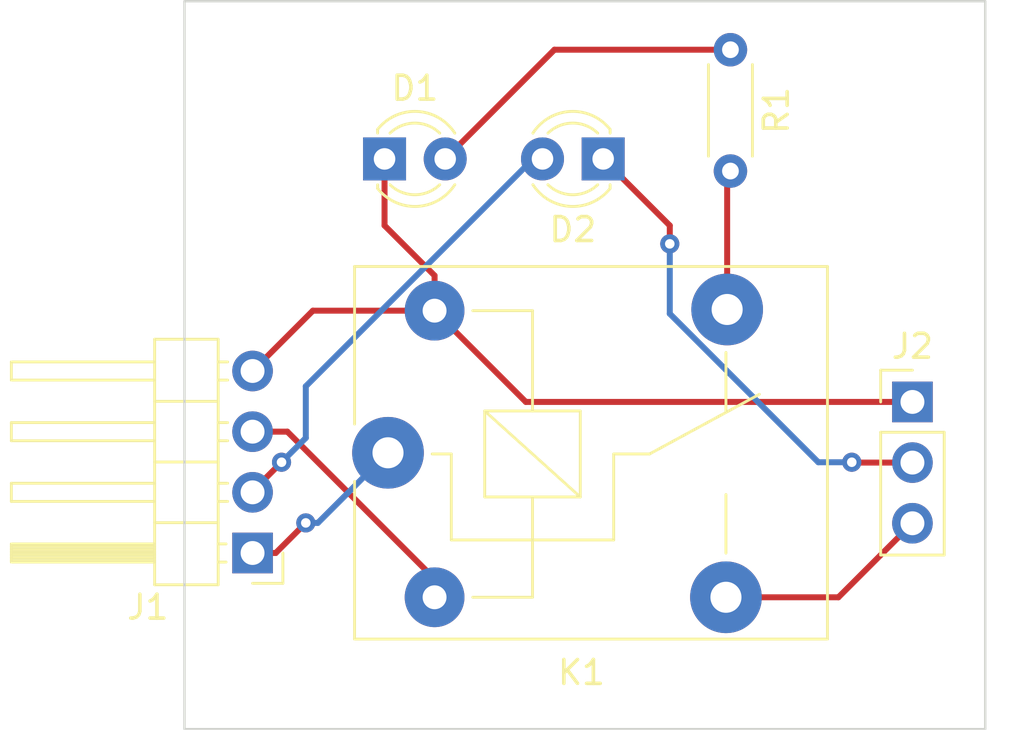
<source format=kicad_pcb>
(kicad_pcb (version 20211014) (generator pcbnew)
  (layers (0 "F.Cu" signal) (31 "B.Cu" signal) (34 "B.Paste" user) (35 "F.Paste" user) (36 "B.SilkS" user "B.Silkscreen") (37 "F.SilkS" user "F.Silkscreen") (38 "B.Mask" user) (39 "F.Mask" user) (44 "Edge.Cuts" user))
  (net 0 "")
  (net 1 "Net-(D1-Pad1)")
  (net 2 "Net-(D1-Pad2)")
  (net 3 "Net-(D2-Pad1)")
  (net 4 "Net-(D2-Pad2)")
  (net 5 "Net-(J1-Pad1)")
  (net 6 "Net-(J1-Pad3)")
  (net 7 "Net-(J2-Pad3)")
  (net 8 "Net-(K1-Pad4)")
  (footprint "LED_THT:LED_D3.0mm" (layer "F.Cu") (at 127.757 85.344)
    (fp_text reference "D1" (at 1.27 -2.96) (layer "F.SilkS"))
    (fp_text value "LED")
    (fp_line (start -0.29 -1.236) (end -0.29 -1.08) (layer "F.SilkS") (width 0.12))
    (fp_line (start -0.29 1.08) (end -0.29 1.236) (layer "F.SilkS") (width 0.12))
    (fp_arc (start 0.229039 -1.08) (mid 1.270117 -1.5) (end 2.31113 -1.079837) (layer "F.SilkS") (width 0.12))
    (fp_arc (start -0.29 -1.235516) (mid 1.366487 -1.987659) (end 2.942335 -1.078608) (layer "F.SilkS") (width 0.12))
    (fp_arc (start 2.31113 1.079837) (mid 1.270117 1.5) (end 0.229039 1.08) (layer "F.SilkS") (width 0.12))
    (fp_arc (start 2.942335 1.078608) (mid 1.366487 1.987659) (end -0.29 1.235516) (layer "F.SilkS") (width 0.12))
    (pad "1" thru_hole rect (at 0 0) (size 1.8 1.8) (drill 0.9) (layers *.Cu *.Mask) (net 1 "Net-(D1-Pad1)"))
    (pad "2" thru_hole circle (at 2.54 0) (size 1.8 1.8) (drill 0.9) (layers *.Cu *.Mask) (net 2 "Net-(D1-Pad2)"))
  )
  (footprint "LED_THT:LED_D3.0mm" (layer "F.Cu") (at 136.911 85.344 180)
    (fp_text reference "D2" (at 1.27 -2.96) (layer "F.SilkS"))
    (fp_text value "LED")
    (fp_line (start -0.29 1.08) (end -0.29 1.236) (layer "F.SilkS") (width 0.12))
    (fp_line (start -0.29 -1.236) (end -0.29 -1.08) (layer "F.SilkS") (width 0.12))
    (fp_arc (start 0.229039 -1.08) (mid 1.270117 -1.5) (end 2.31113 -1.079837) (layer "F.SilkS") (width 0.12))
    (fp_arc (start 2.31113 1.079837) (mid 1.270117 1.5) (end 0.229039 1.08) (layer "F.SilkS") (width 0.12))
    (fp_arc (start 2.942335 1.078608) (mid 1.366487 1.987659) (end -0.29 1.235516) (layer "F.SilkS") (width 0.12))
    (fp_arc (start -0.29 -1.235516) (mid 1.366487 -1.987659) (end 2.942335 -1.078608) (layer "F.SilkS") (width 0.12))
    (pad "1" thru_hole rect (at 0 0 180) (size 1.8 1.8) (drill 0.9) (layers *.Cu *.Mask) (net 3 "Net-(D2-Pad1)"))
    (pad "2" thru_hole circle (at 2.54 0 180) (size 1.8 1.8) (drill 0.9) (layers *.Cu *.Mask) (net 4 "Net-(D2-Pad2)"))
  )
  (footprint "Resistor_THT:R_Axial_DIN0204_L3.6mm_D1.6mm_P5.08mm_Horizontal" (layer "F.Cu") (at 142.24 80.772 -90)
    (fp_text reference "R1" (at 2.54 -1.92 90) (layer "F.SilkS"))
    (fp_text value "R")
    (fp_line (start 0.62 -0.92) (end 4.46 -0.92) (layer "F.SilkS") (width 0.12))
    (fp_line (start 0.62 0.92) (end 4.46 0.92) (layer "F.SilkS") (width 0.12))
    (pad "1" thru_hole circle (at 0 0 270) (size 1.4 1.4) (drill 0.7) (layers *.Cu *.Mask) (net 2 "Net-(D1-Pad2)"))
    (pad "2" thru_hole oval (at 5.08 0 270) (size 1.4 1.4) (drill 0.7) (layers *.Cu *.Mask) (net 8 "Net-(K1-Pad4)"))
  )
  (footprint "Connector_PinHeader_2.54mm:PinHeader_1x03_P2.54mm_Vertical" (layer "F.Cu") (at 149.86 95.519)
    (fp_text reference "J2" (at 0 -2.33) (layer "F.SilkS"))
    (fp_text value "Conn_01x03")
    (fp_line (start -1.33 6.41) (end 1.33 6.41) (layer "F.SilkS") (width 0.12))
    (fp_line (start -1.33 1.27) (end -1.33 6.41) (layer "F.SilkS") (width 0.12))
    (fp_line (start -1.33 -1.33) (end 0 -1.33) (layer "F.SilkS") (width 0.12))
    (fp_line (start -1.33 0) (end -1.33 -1.33) (layer "F.SilkS") (width 0.12))
    (fp_line (start -1.33 1.27) (end 1.33 1.27) (layer "F.SilkS") (width 0.12))
    (fp_line (start 1.33 1.27) (end 1.33 6.41) (layer "F.SilkS") (width 0.12))
    (pad "1" thru_hole rect (at 0 0) (size 1.7 1.7) (drill 1) (layers *.Cu *.Mask) (net 1 "Net-(D1-Pad1)"))
    (pad "2" thru_hole oval (at 0 2.54) (size 1.7 1.7) (drill 1) (layers *.Cu *.Mask) (net 3 "Net-(D2-Pad1)"))
    (pad "3" thru_hole oval (at 0 5.08) (size 1.7 1.7) (drill 1) (layers *.Cu *.Mask) (net 7 "Net-(J2-Pad3)"))
  )
  (footprint "Connector_PinHeader_2.54mm:PinHeader_1x04_P2.54mm_Horizontal" (layer "F.Cu") (at 122.231 101.844 180)
    (fp_text reference "J1" (at 4.385 -2.27) (layer "F.SilkS"))
    (fp_text value "Conn_01x04")
    (fp_line (start 4.1 -0.38) (end 10.1 -0.38) (layer "F.SilkS") (width 0.12))
    (fp_line (start 4.1 2.16) (end 10.1 2.16) (layer "F.SilkS") (width 0.12))
    (fp_line (start 4.1 4.7) (end 10.1 4.7) (layer "F.SilkS") (width 0.12))
    (fp_line (start 1.44 3.81) (end 4.1 3.81) (layer "F.SilkS") (width 0.12))
    (fp_line (start 1.042929 8) (end 1.44 8) (layer "F.SilkS") (width 0.12))
    (fp_line (start 4.1 -0.08) (end 10.1 -0.08) (layer "F.SilkS") (width 0.12))
    (fp_line (start 1.44 8.95) (end 4.1 8.95) (layer "F.SilkS") (width 0.12))
    (fp_line (start 10.1 0.38) (end 4.1 0.38) (layer "F.SilkS") (width 0.12))
    (fp_line (start 1.44 6.35) (end 4.1 6.35) (layer "F.SilkS") (width 0.12))
    (fp_line (start -1.27 0) (end -1.27 -1.27) (layer "F.SilkS") (width 0.12))
    (fp_line (start 1.042929 2.92) (end 1.44 2.92) (layer "F.SilkS") (width 0.12))
    (fp_line (start 1.042929 2.16) (end 1.44 2.16) (layer "F.SilkS") (width 0.12))
    (fp_line (start 10.1 7.24) (end 10.1 8) (layer "F.SilkS") (width 0.12))
    (fp_line (start 10.1 5.46) (end 4.1 5.46) (layer "F.SilkS") (width 0.12))
    (fp_line (start 10.1 2.16) (end 10.1 2.92) (layer "F.SilkS") (width 0.12))
    (fp_line (start 1.11 0.38) (end 1.44 0.38) (layer "F.SilkS") (width 0.12))
    (fp_line (start 4.1 0.28) (end 10.1 0.28) (layer "F.SilkS") (width 0.12))
    (fp_line (start -1.27 -1.27) (end 0 -1.27) (layer "F.SilkS") (width 0.12))
    (fp_line (start 4.1 -0.32) (end 10.1 -0.32) (layer "F.SilkS") (width 0.12))
    (fp_line (start 1.44 -1.33) (end 1.44 8.95) (layer "F.SilkS") (width 0.12))
    (fp_line (start 1.042929 7.24) (end 1.44 7.24) (layer "F.SilkS") (width 0.12))
    (fp_line (start 4.1 8.95) (end 4.1 -1.33) (layer "F.SilkS") (width 0.12))
    (fp_line (start 10.1 4.7) (end 10.1 5.46) (layer "F.SilkS") (width 0.12))
    (fp_line (start 1.44 1.27) (end 4.1 1.27) (layer "F.SilkS") (width 0.12))
    (fp_line (start 10.1 2.92) (end 4.1 2.92) (layer "F.SilkS") (width 0.12))
    (fp_line (start 4.1 7.24) (end 10.1 7.24) (layer "F.SilkS") (width 0.12))
    (fp_line (start 4.1 -0.2) (end 10.1 -0.2) (layer "F.SilkS") (width 0.12))
    (fp_line (start 4.1 0.16) (end 10.1 0.16) (layer "F.SilkS") (width 0.12))
    (fp_line (start 4.1 0.04) (end 10.1 0.04) (layer "F.SilkS") (width 0.12))
    (fp_line (start 1.11 -0.38) (end 1.44 -0.38) (layer "F.SilkS") (width 0.12))
    (fp_line (start 10.1 -0.38) (end 10.1 0.38) (layer "F.SilkS") (width 0.12))
    (fp_line (start 4.1 -1.33) (end 1.44 -1.33) (layer "F.SilkS") (width 0.12))
    (fp_line (start 10.1 8) (end 4.1 8) (layer "F.SilkS") (width 0.12))
    (fp_line (start 1.042929 4.7) (end 1.44 4.7) (layer "F.SilkS") (width 0.12))
    (fp_line (start 1.042929 5.46) (end 1.44 5.46) (layer "F.SilkS") (width 0.12))
    (pad "1" thru_hole rect (at 0 0 180) (size 1.7 1.7) (drill 1) (layers *.Cu *.Mask) (net 5 "Net-(J1-Pad1)"))
    (pad "2" thru_hole oval (at 0 2.54 180) (size 1.7 1.7) (drill 1) (layers *.Cu *.Mask) (net 4 "Net-(D2-Pad2)"))
    (pad "3" thru_hole oval (at 0 5.08 180) (size 1.7 1.7) (drill 1) (layers *.Cu *.Mask) (net 6 "Net-(J1-Pad3)"))
    (pad "4" thru_hole oval (at 0 7.62 180) (size 1.7 1.7) (drill 1) (layers *.Cu *.Mask) (net 1 "Net-(D1-Pad1)"))
  )
  (footprint "Relay_THT:Relay_SPDT_SANYOU_SRD_Series_Form_C" (layer "F.Cu") (at 127.902 97.648)
    (fp_text reference "K1" (at 8.1 9.2) (layer "F.SilkS"))
    (fp_text value "SANYOU_SRD_Form_C")
    (fp_line (start 9.45 3.65) (end 2.65 3.65) (layer "F.SilkS") (width 0.12))
    (fp_line (start 4.05 1.85) (end 4.05 -1.75) (layer "F.SilkS") (width 0.12))
    (fp_line (start -1.4 -7.8) (end -1.4 -1.2) (layer "F.SilkS") (width 0.12))
    (fp_line (start 8.05 -1.75) (end 8.05 1.85) (layer "F.SilkS") (width 0.12))
    (fp_line (start 8.05 1.85) (end 4.05 -1.75) (layer "F.SilkS") (width 0.12))
    (fp_line (start 8.05 1.85) (end 4.05 1.85) (layer "F.SilkS") (width 0.12))
    (fp_line (start 14.15 4.2) (end 14.15 1.75) (layer "F.SilkS") (width 0.12))
    (fp_line (start 18.4 -7.8) (end 18.4 7.8) (layer "F.SilkS") (width 0.12))
    (fp_line (start 10.95 0.05) (end 15.55 -2.45) (layer "F.SilkS") (width 0.12))
    (fp_line (start -1.4 1.2) (end -1.4 7.8) (layer "F.SilkS") (width 0.12))
    (fp_line (start 18.4 7.8) (end -1.4 7.8) (layer "F.SilkS") (width 0.12))
    (fp_line (start 9.45 0.05) (end 10.95 0.05) (layer "F.SilkS") (width 0.12))
    (fp_line (start -1.4 -7.8) (end 18.4 -7.8) (layer "F.SilkS") (width 0.12))
    (fp_line (start 6.05 -5.95) (end 6.05 -1.75) (layer "F.SilkS") (width 0.12))
    (fp_line (start 6.05 1.85) (end 6.05 6.05) (layer "F.SilkS") (width 0.12))
    (fp_line (start 2.65 0.05) (end 1.85 0.05) (layer "F.SilkS") (width 0.12))
    (fp_line (start 6.05 -5.95) (end 3.55 -5.95) (layer "F.SilkS") (width 0.12))
    (fp_line (start 4.05 -1.75) (end 8.05 -1.75) (layer "F.SilkS") (width 0.12))
    (fp_line (start 3.55 6.05) (end 6.05 6.05) (layer "F.SilkS") (width 0.12))
    (fp_line (start 2.65 0.05) (end 2.65 3.65) (layer "F.SilkS") (width 0.12))
    (fp_line (start 9.45 0.05) (end 9.45 3.65) (layer "F.SilkS") (width 0.12))
    (fp_line (start 14.15 -4.2) (end 14.15 -1.7) (layer "F.SilkS") (width 0.12))
    (pad "1" thru_hole circle (at 0 0 90) (size 3 3) (drill 1.3) (layers *.Cu *.Mask) (net 5 "Net-(J1-Pad1)"))
    (pad "2" thru_hole circle (at 1.95 6.05 90) (size 2.5 2.5) (drill 1) (layers *.Cu *.Mask) (net 6 "Net-(J1-Pad3)"))
    (pad "3" thru_hole circle (at 14.15 6.05 90) (size 3 3) (drill 1.3) (layers *.Cu *.Mask) (net 7 "Net-(J2-Pad3)"))
    (pad "4" thru_hole circle (at 14.2 -6 90) (size 3 3) (drill 1.3) (layers *.Cu *.Mask) (net 8 "Net-(K1-Pad4)"))
    (pad "5" thru_hole circle (at 1.95 -5.95 90) (size 2.5 2.5) (drill 1) (layers *.Cu *.Mask) (net 1 "Net-(D1-Pad1)"))
  )
  (gr_rect (start 119.38 109.22) (end 152.908 78.74) (layer "Edge.Cuts") (width 0.1) (fill none))
  (segment (start 129.852 90.228) (end 127.757 88.133) (width 0.25) (layer "F.Cu") (net 1))
  (segment (start 124.757 91.698) (end 122.231 94.224) (width 0.25) (layer "F.Cu") (net 1))
  (segment (start 149.86 95.519) (end 133.673 95.519) (width 0.25) (layer "F.Cu") (net 1))
  (segment (start 127.757 88.133) (end 127.757 85.344) (width 0.25) (layer "F.Cu") (net 1))
  (segment (start 129.852 91.698) (end 129.852 90.228) (width 0.25) (layer "F.Cu") (net 1))
  (segment (start 129.852 91.698) (end 124.757 91.698) (width 0.25) (layer "F.Cu") (net 1))
  (segment (start 133.673 95.519) (end 129.852 91.698) (width 0.25) (layer "F.Cu") (net 1))
  (segment (start 134.869 80.772) (end 130.297 85.344) (width 0.25) (layer "F.Cu") (net 2))
  (segment (start 142.24 80.772) (end 134.869 80.772) (width 0.25) (layer "F.Cu") (net 2))
  (segment (start 136.911 85.344) (end 139.7 88.133) (width 0.25) (layer "F.Cu") (net 3))
  (segment (start 139.7 88.133) (end 139.7 88.9) (width 0.25) (layer "F.Cu") (net 3))
  (segment (start 147.32 98.044) (end 147.335 98.059) (width 0.25) (layer "F.Cu") (net 3))
  (segment (start 147.335 98.059) (end 149.86 98.059) (width 0.25) (layer "F.Cu") (net 3))
  (via (at 147.32 98.044) (size 0.8) (drill 0.4) (layers "F.Cu" "B.Cu") (net 3))
  (via (at 139.7 88.9) (size 0.8) (drill 0.4) (layers "F.Cu" "B.Cu") (net 3))
  (segment (start 145.917751 98.044) (end 147.32 98.044) (width 0.25) (layer "B.Cu") (net 3))
  (segment (start 139.7 91.826249) (end 145.917751 98.044) (width 0.25) (layer "B.Cu") (net 3))
  (segment (start 139.7 88.9) (end 139.7 91.826249) (width 0.25) (layer "B.Cu") (net 3))
  (segment (start 122.231 99.304) (end 122.231 99.257) (width 0.25) (layer "F.Cu") (net 4))
  (segment (start 122.231 99.257) (end 123.444 98.044) (width 0.25) (layer "F.Cu") (net 4))
  (via (at 134.371 85.344) (size 0.8) (drill 0.4) (layers "F.Cu" "B.Cu") (net 4))
  (via (at 123.444 98.044) (size 0.8) (drill 0.4) (layers "F.Cu" "B.Cu") (net 4))
  (segment (start 124.46 94.863304) (end 133.979304 85.344) (width 0.25) (layer "B.Cu") (net 4))
  (segment (start 123.444 98.044) (end 124.46 97.028) (width 0.25) (layer "B.Cu") (net 4))
  (segment (start 133.979304 85.344) (end 134.371 85.344) (width 0.25) (layer "B.Cu") (net 4))
  (segment (start 124.46 97.028) (end 124.46 94.863304) (width 0.25) (layer "B.Cu") (net 4))
  (segment (start 123.2 101.844) (end 124.46 100.584) (width 0.25) (layer "F.Cu") (net 5))
  (segment (start 122.231 101.844) (end 123.2 101.844) (width 0.25) (layer "F.Cu") (net 5))
  (via (at 124.46 100.584) (size 0.8) (drill 0.4) (layers "F.Cu" "B.Cu") (net 5))
  (via (at 127.902 97.648) (size 0.8) (drill 0.4) (layers "F.Cu" "B.Cu") (net 5))
  (segment (start 124.966 100.584) (end 127.902 97.648) (width 0.25) (layer "B.Cu") (net 5))
  (segment (start 124.46 100.584) (end 124.966 100.584) (width 0.25) (layer "B.Cu") (net 5))
  (segment (start 123.688 96.764) (end 129.852 102.928) (width 0.25) (layer "F.Cu") (net 6))
  (segment (start 129.852 102.928) (end 129.852 103.698) (width 0.25) (layer "F.Cu") (net 6))
  (segment (start 122.231 96.764) (end 123.688 96.764) (width 0.25) (layer "F.Cu") (net 6))
  (segment (start 146.761 103.698) (end 149.86 100.599) (width 0.25) (layer "F.Cu") (net 7))
  (segment (start 142.052 103.698) (end 146.761 103.698) (width 0.25) (layer "F.Cu") (net 7))
  (segment (start 142.102 91.648) (end 142.102 85.99) (width 0.25) (layer "F.Cu") (net 8))
  (segment (start 142.102 85.99) (end 142.24 85.852) (width 0.25) (layer "F.Cu") (net 8))
)
</source>
